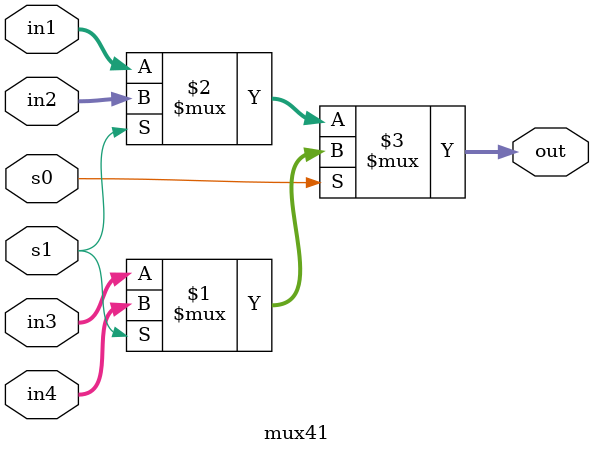
<source format=v>
module mux41( in1, in2, in3 ,in4 , out , s0, s1);
input [1:0]in1, in2, in3, in4;
output  [1:0]out;
input s0,s1;

assign out = s0? ( s1? in4 : in3  ) : ( s1? in2 : in1);
endmodule 
</source>
